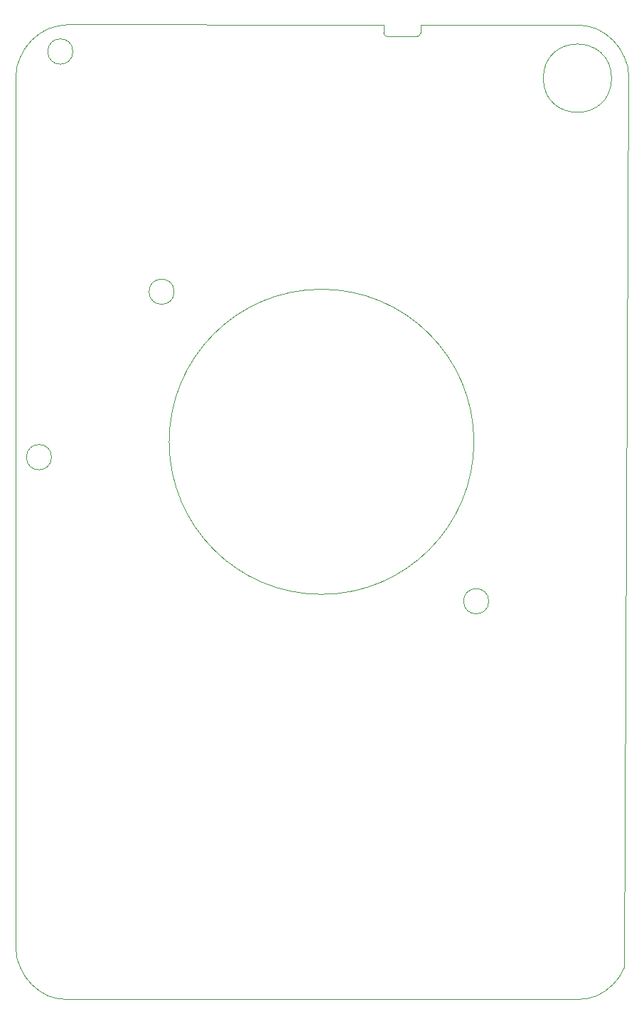
<source format=gbr>
%TF.GenerationSoftware,KiCad,Pcbnew,9.0.4*%
%TF.CreationDate,2025-09-20T00:24:39+02:00*%
%TF.ProjectId,X-DaysSynth,582d4461-7973-4537-996e-74682e6b6963,0.4*%
%TF.SameCoordinates,Original*%
%TF.FileFunction,Profile,NP*%
%FSLAX46Y46*%
G04 Gerber Fmt 4.6, Leading zero omitted, Abs format (unit mm)*
G04 Created by KiCad (PCBNEW 9.0.4) date 2025-09-20 00:24:39*
%MOMM*%
%LPD*%
G01*
G04 APERTURE LIST*
%TA.AperFunction,Profile*%
%ADD10C,0.050000*%
%TD*%
%TA.AperFunction,Profile*%
%ADD11C,0.120000*%
%TD*%
%TA.AperFunction,Profile*%
%ADD12C,0.100000*%
%TD*%
G04 APERTURE END LIST*
D10*
X170605997Y-161038051D02*
X171868097Y-160909851D01*
X108909397Y-45166351D02*
X107731997Y-45533851D01*
X143436200Y-45055400D02*
X110171497Y-45038151D01*
X110171497Y-161038051D02*
X170605997Y-161038051D01*
X103888797Y-51320851D02*
X104016997Y-50058751D01*
X175811997Y-158261851D02*
X176392997Y-157194851D01*
X174880984Y-51435000D02*
G75*
G02*
X166749016Y-51435000I-4065984J0D01*
G01*
X166749016Y-51435000D02*
G75*
G02*
X174880984Y-51435000I4065984J0D01*
G01*
X122785000Y-76835000D02*
G75*
G02*
X119785000Y-76835000I-1500000J0D01*
G01*
X119785000Y-76835000D02*
G75*
G02*
X122785000Y-76835000I1500000J0D01*
G01*
X104965497Y-158261851D02*
X105734297Y-159192551D01*
X173045497Y-45533851D02*
X171868097Y-45166351D01*
X176392997Y-48881351D02*
X175811997Y-47814451D01*
X105734297Y-46883651D02*
X104965497Y-47814451D01*
X110171497Y-45038151D02*
X108909397Y-45166351D01*
X173045497Y-160542351D02*
X174112497Y-159961351D01*
X104384497Y-48881351D02*
X104965497Y-47814451D01*
X104016997Y-156017551D02*
X103888797Y-154755451D01*
X175043197Y-159192551D02*
X175811997Y-158261851D01*
X173045497Y-160542351D02*
X171868097Y-160909851D01*
X104016997Y-156017551D02*
X104384497Y-157194851D01*
X175811997Y-47814451D02*
X175043197Y-46883651D01*
X175043197Y-46883651D02*
X174112497Y-46114951D01*
X108180000Y-96520000D02*
G75*
G02*
X105180000Y-96520000I-1500000J0D01*
G01*
X105180000Y-96520000D02*
G75*
G02*
X108180000Y-96520000I1500000J0D01*
G01*
X176760497Y-50058751D02*
X176392997Y-48881351D01*
X105734297Y-159192551D02*
X106664997Y-159961351D01*
X107731997Y-45533851D02*
X106664997Y-46114951D01*
X156436200Y-45055400D02*
X170974207Y-45075551D01*
X160250000Y-113665000D02*
G75*
G02*
X157250000Y-113665000I-1500000J0D01*
G01*
X157250000Y-113665000D02*
G75*
G02*
X160250000Y-113665000I1500000J0D01*
G01*
X103888797Y-154755451D02*
X103888797Y-51320851D01*
X174112497Y-159961351D02*
X175043197Y-159192551D01*
X104384497Y-157194851D02*
X104965497Y-158261851D01*
X106664997Y-46114951D02*
X105734297Y-46883651D01*
X106664997Y-159961351D02*
X107731997Y-160542351D01*
X176888697Y-51308000D02*
X176760497Y-50058751D01*
X171868097Y-45166351D02*
X170974207Y-45075551D01*
X174112497Y-46114951D02*
X173045497Y-45533851D01*
X104384497Y-48881351D02*
X104016997Y-50058751D01*
X107731997Y-160542351D02*
X108909397Y-160909851D01*
X108909397Y-160909851D02*
X110171497Y-161038051D01*
X110720000Y-48260000D02*
G75*
G02*
X107720000Y-48260000I-1500000J0D01*
G01*
X107720000Y-48260000D02*
G75*
G02*
X110720000Y-48260000I1500000J0D01*
G01*
X176888697Y-51308000D02*
X176392997Y-157194851D01*
D11*
%TO.C,J3*%
X147736200Y-45055400D02*
X143436200Y-45055400D01*
X147736200Y-46055400D02*
X147736200Y-45055400D01*
X148136200Y-46455400D02*
X151736200Y-46455400D01*
X152136200Y-45055400D02*
X156436200Y-45055400D01*
X152136200Y-46055400D02*
X152136200Y-45055400D01*
X148136200Y-46455400D02*
G75*
G02*
X147736200Y-46055400I0J400000D01*
G01*
X152136200Y-46055400D02*
G75*
G02*
X151736200Y-46455400I-400002J2D01*
G01*
D12*
%TO.C,LS1*%
X158485000Y-94693096D02*
G75*
G02*
X122185000Y-94693096I-18150000J0D01*
G01*
X122185000Y-94693096D02*
G75*
G02*
X158485000Y-94693096I18150000J0D01*
G01*
%TD*%
M02*

</source>
